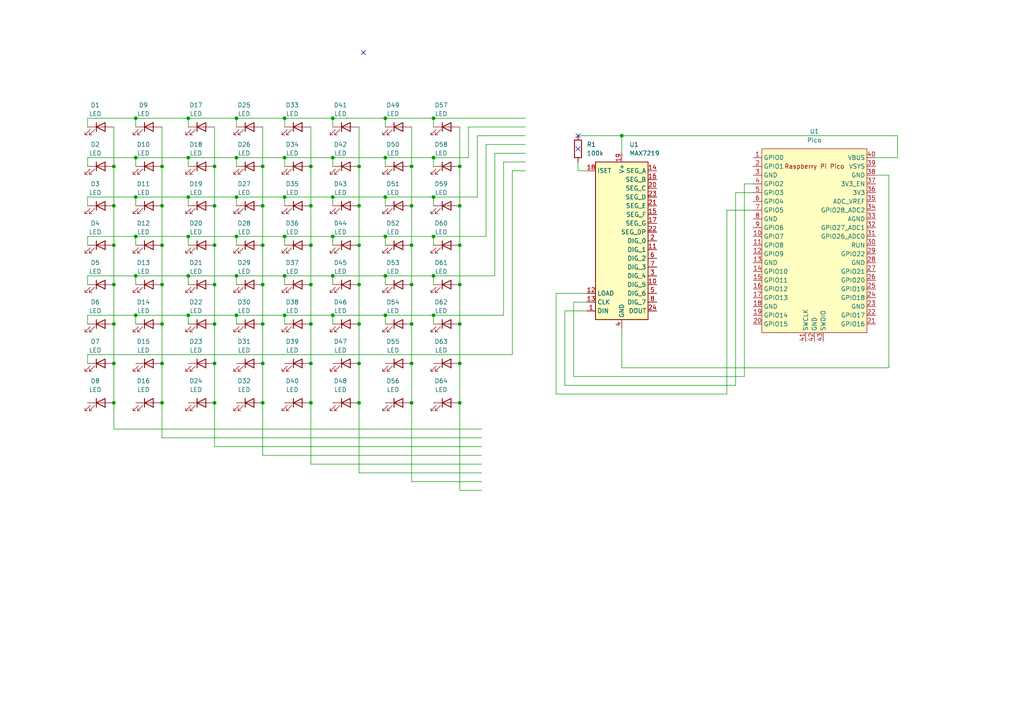
<source format=kicad_sch>
(kicad_sch (version 20231120) (generator "eeschema") (generator_version "8.0")
  (paper "A4")
  (lib_symbols
    (symbol "Device:LED" (pin_numbers hide) (pin_names (offset 1.016) hide)
      (property "Reference" "D" (at 0 2.54 0))
      (property "Value" "LED" (at 0 -2.54 0))
      (symbol "LED_0_1"
        (polyline (pts (xy -1.27 -1.27) (xy -1.27 1.27)) (stroke (width 0.254)))
        (polyline (pts (xy -1.27 0) (xy 1.27 0)))
        (polyline (pts (xy 1.27 -1.27) (xy 1.27 1.27) (xy -1.27 0) (xy 1.27 -1.27)) (stroke (width 0.254)))
        (polyline (pts (xy -3.048 -0.762) (xy -4.572 -2.286) (xy -3.81 -2.286) (xy -4.572 -2.286) (xy -4.572 -1.524)))
        (polyline (pts (xy -1.778 -0.762) (xy -3.302 -2.286) (xy -2.54 -2.286) (xy -3.302 -2.286) (xy -3.302 -1.524)))
      )
      (symbol "LED_1_1"
        (pin passive line (at -3.81 0 0) (length 2.54) (name "K") (number "1"))
        (pin passive line (at 3.81 0 180) (length 2.54) (name "A") (number "2"))
      )
    )
    (symbol "Device:R" (pin_numbers hide) (pin_names (offset 0))
      (property "Reference" "R" (at 2.032 0 90))
      (property "Value" "R" (at 0 0 90))
      (symbol "R_0_1"
        (rectangle (start -1.016 -2.54) (end 1.016 2.54) (stroke (width 0.254)))
      )
      (symbol "R_1_1"
        (pin passive line (at 0 3.81 270) (length 1.27) (name "~") (number "1"))
        (pin passive line (at 0 -3.81 90) (length 1.27) (name "~") (number "2"))
      )
    )
    (symbol "Driver_LED:MAX7219"
      (property "Reference" "U" (at -6.35 24.13 0))
      (property "Value" "MAX7219" (at 1.27 25.4 0))
      (symbol "MAX7219_0_1"
        (rectangle (start -7.62 22.86) (end 7.62 -22.86) (stroke (width 0.254)) (fill (type background)))
      )
      (symbol "MAX7219_1_1"
        (pin input line (at -10.16 -20.32 0) (length 2.54) (name "DIN") (number "1"))
        (pin output line (at 10.16 -12.7 180) (length 2.54) (name "DIG_5") (number "10"))
        (pin output line (at 10.16 -2.54 180) (length 2.54) (name "DIG_1") (number "11"))
        (pin input line (at -10.16 -15.24 0) (length 2.54) (name "LOAD") (number "12"))
        (pin input line (at -10.16 -17.78 0) (length 2.54) (name "CLK") (number "13"))
        (pin output line (at 10.16 20.32 180) (length 2.54) (name "SEG_A") (number "14"))
        (pin output line (at 10.16 7.62 180) (length 2.54) (name "SEG_F") (number "15"))
        (pin output line (at 10.16 17.78 180) (length 2.54) (name "SEG_B") (number "16"))
        (pin output line (at 10.16 5.08 180) (length 2.54) (name "SEG_G") (number "17"))
        (pin input line (at -10.16 20.32 0) (length 2.54) (name "ISET") (number "18"))
        (pin power_in line (at 0 25.4 270) (length 2.54) (name "V+") (number "19"))
        (pin output line (at 10.16 0 180) (length 2.54) (name "DIG_0") (number "2"))
        (pin output line (at 10.16 15.24 180) (length 2.54) (name "SEG_C") (number "20"))
        (pin output line (at 10.16 10.16 180) (length 2.54) (name "SEG_E") (number "21"))
        (pin output line (at 10.16 2.54 180) (length 2.54) (name "SEG_DP") (number "22"))
        (pin output line (at 10.16 12.7 180) (length 2.54) (name "SEG_D") (number "23"))
        (pin output line (at 10.16 -20.32 180) (length 2.54) (name "DOUT") (number "24"))
        (pin output line (at 10.16 -10.16 180) (length 2.54) (name "DIG_4") (number "3"))
        (pin power_in line (at 0 -25.4 90) (length 2.54) (name "GND") (number "4"))
        (pin output line (at 10.16 -15.24 180) (length 2.54) (name "DIG_6") (number "5"))
        (pin output line (at 10.16 -5.08 180) (length 2.54) (name "DIG_2") (number "6"))
        (pin output line (at 10.16 -7.62 180) (length 2.54) (name "DIG_3") (number "7"))
        (pin output line (at 10.16 -17.78 180) (length 2.54) (name "DIG_7") (number "8"))
        (pin passive line (at 0 -25.4 90) (length 2.54) hide (name "GND") (number "9"))
      )
    )
    (symbol "MCU_RaspberryPi_and_Boards:Pico"
      (property "Reference" "U" (at -13.97 27.94 0))
      (property "Value" "Pico" (at 0 19.05 0))
      (symbol "Pico_0_0"
        (text "Raspberry Pi Pico" (at 0 21.59 0) (effects (font (size 1.27 1.27))))
      )
      (symbol "Pico_0_1"
        (rectangle (start -15.24 26.67) (end 15.24 -26.67) (fill (type background)))
      )
      (symbol "Pico_1_1"
        (pin bidirectional line (at -17.78 24.13 0) (length 2.54) (name "GPIO0") (number "1"))
        (pin bidirectional line (at -17.78 1.27 0) (length 2.54) (name "GPIO7") (number "10"))
        (pin bidirectional line (at -17.78 -1.27 0) (length 2.54) (name "GPIO8") (number "11"))
        (pin bidirectional line (at -17.78 -3.81 0) (length 2.54) (name "GPIO9") (number "12"))
        (pin power_in line (at -17.78 -6.35 0) (length 2.54) (name "GND") (number "13"))
        (pin bidirectional line (at -17.78 -8.89 0) (length 2.54) (name "GPIO10") (number "14"))
        (pin bidirectional line (at -17.78 -11.43 0) (length 2.54) (name "GPIO11") (number "15"))
        (pin bidirectional line (at -17.78 -13.97 0) (length 2.54) (name "GPIO12") (number "16"))
        (pin bidirectional line (at -17.78 -16.51 0) (length 2.54) (name "GPIO13") (number "17"))
        (pin power_in line (at -17.78 -19.05 0) (length 2.54) (name "GND") (number "18"))
        (pin bidirectional line (at -17.78 -21.59 0) (length 2.54) (name "GPIO14") (number "19"))
        (pin bidirectional line (at -17.78 21.59 0) (length 2.54) (name "GPIO1") (number "2"))
        (pin bidirectional line (at -17.78 -24.13 0) (length 2.54) (name "GPIO15") (number "20"))
        (pin bidirectional line (at 17.78 -24.13 180) (length 2.54) (name "GPIO16") (number "21"))
        (pin bidirectional line (at 17.78 -21.59 180) (length 2.54) (name "GPIO17") (number "22"))
        (pin power_in line (at 17.78 -19.05 180) (length 2.54) (name "GND") (number "23"))
        (pin bidirectional line (at 17.78 -16.51 180) (length 2.54) (name "GPIO18") (number "24"))
        (pin bidirectional line (at 17.78 -13.97 180) (length 2.54) (name "GPIO19") (number "25"))
        (pin bidirectional line (at 17.78 -11.43 180) (length 2.54) (name "GPIO20") (number "26"))
        (pin bidirectional line (at 17.78 -8.89 180) (length 2.54) (name "GPIO21") (number "27"))
        (pin power_in line (at 17.78 -6.35 180) (length 2.54) (name "GND") (number "28"))
        (pin bidirectional line (at 17.78 -3.81 180) (length 2.54) (name "GPIO22") (number "29"))
        (pin power_in line (at -17.78 19.05 0) (length 2.54) (name "GND") (number "3"))
        (pin input line (at 17.78 -1.27 180) (length 2.54) (name "RUN") (number "30"))
        (pin bidirectional line (at 17.78 1.27 180) (length 2.54) (name "GPIO26_ADC0") (number "31"))
        (pin bidirectional line (at 17.78 3.81 180) (length 2.54) (name "GPIO27_ADC1") (number "32"))
        (pin power_in line (at 17.78 6.35 180) (length 2.54) (name "AGND") (number "33"))
        (pin bidirectional line (at 17.78 8.89 180) (length 2.54) (name "GPIO28_ADC2") (number "34"))
        (pin power_in line (at 17.78 11.43 180) (length 2.54) (name "ADC_VREF") (number "35"))
        (pin power_in line (at 17.78 13.97 180) (length 2.54) (name "3V3") (number "36"))
        (pin input line (at 17.78 16.51 180) (length 2.54) (name "3V3_EN") (number "37"))
        (pin bidirectional line (at 17.78 19.05 180) (length 2.54) (name "GND") (number "38"))
        (pin power_in line (at 17.78 21.59 180) (length 2.54) (name "VSYS") (number "39"))
        (pin bidirectional line (at -17.78 16.51 0) (length 2.54) (name "GPIO2") (number "4"))
        (pin power_in line (at 17.78 24.13 180) (length 2.54) (name "VBUS") (number "40"))
        (pin input line (at -2.54 -29.21 90) (length 2.54) (name "SWCLK") (number "41"))
        (pin power_in line (at 0 -29.21 90) (length 2.54) (name "GND") (number "42"))
        (pin bidirectional line (at 2.54 -29.21 90) (length 2.54) (name "SWDIO") (number "43"))
        (pin bidirectional line (at -17.78 13.97 0) (length 2.54) (name "GPIO3") (number "5"))
        (pin bidirectional line (at -17.78 11.43 0) (length 2.54) (name "GPIO4") (number "6"))
        (pin bidirectional line (at -17.78 8.89 0) (length 2.54) (name "GPIO5") (number "7"))
        (pin power_in line (at -17.78 6.35 0) (length 2.54) (name "GND") (number "8"))
        (pin bidirectional line (at -17.78 3.81 0) (length 2.54) (name "GPIO6") (number "9"))
      )
    )
  )
  (junction (at 68.58 34.29))
  (junction (at 111.76 57.15))
  (junction (at 62.23 71.12))
  (junction (at 68.58 80.01))
  (junction (at 180.34 39.37))
  (junction (at 125.73 34.29))
  (junction (at 62.23 59.69))
  (junction (at 96.52 68.58))
  (junction (at 90.17 93.98))
  (junction (at 68.58 45.72))
  (junction (at 104.14 48.26))
  (junction (at 96.52 34.29))
  (junction (at 104.14 116.84))
  (junction (at 133.35 105.41))
  (junction (at 39.37 68.58))
  (junction (at 82.55 34.29))
  (junction (at 104.14 93.98))
  (junction (at 62.23 82.55))
  (junction (at 54.61 45.72))
  (junction (at 62.23 116.84))
  (junction (at 33.02 93.98))
  (junction (at 96.52 57.15))
  (junction (at 90.17 105.41))
  (junction (at 62.23 48.26))
  (junction (at 46.99 93.98))
  (junction (at 39.37 45.72))
  (junction (at 68.58 57.15))
  (junction (at 68.58 68.58))
  (junction (at 104.14 82.55))
  (junction (at 62.23 93.98))
  (junction (at 76.2 59.69))
  (junction (at 33.02 116.84))
  (junction (at 33.02 82.55))
  (junction (at 119.38 116.84))
  (junction (at 90.17 71.12))
  (junction (at 82.55 91.44))
  (junction (at 54.61 57.15))
  (junction (at 46.99 71.12))
  (junction (at 111.76 80.01))
  (junction (at 133.35 93.98))
  (junction (at 54.61 34.29))
  (junction (at 76.2 105.41))
  (junction (at 90.17 59.69))
  (junction (at 46.99 105.41))
  (junction (at 125.73 91.44))
  (junction (at 90.17 116.84))
  (junction (at 125.73 80.01))
  (junction (at 133.35 48.26))
  (junction (at 125.73 45.72))
  (junction (at 133.35 71.12))
  (junction (at 46.99 59.69))
  (junction (at 90.17 82.55))
  (junction (at 46.99 48.26))
  (junction (at 39.37 34.29))
  (junction (at 33.02 71.12))
  (junction (at 96.52 80.01))
  (junction (at 119.38 71.12))
  (junction (at 33.02 48.26))
  (junction (at 125.73 57.15))
  (junction (at 82.55 57.15))
  (junction (at 54.61 80.01))
  (junction (at 119.38 93.98))
  (junction (at 39.37 91.44))
  (junction (at 33.02 105.41))
  (junction (at 96.52 45.72))
  (junction (at 111.76 45.72))
  (junction (at 76.2 71.12))
  (junction (at 82.55 45.72))
  (junction (at 76.2 48.26))
  (junction (at 133.35 82.55))
  (junction (at 111.76 68.58))
  (junction (at 104.14 59.69))
  (junction (at 62.23 105.41))
  (junction (at 119.38 82.55))
  (junction (at 111.76 34.29))
  (junction (at 68.58 91.44))
  (junction (at 82.55 68.58))
  (junction (at 111.76 91.44))
  (junction (at 33.02 59.69))
  (junction (at 125.73 68.58))
  (junction (at 39.37 57.15))
  (junction (at 46.99 116.84))
  (junction (at 54.61 91.44))
  (junction (at 119.38 59.69))
  (junction (at 46.99 82.55))
  (junction (at 96.52 91.44))
  (junction (at 54.61 68.58))
  (junction (at 133.35 59.69))
  (junction (at 76.2 82.55))
  (junction (at 104.14 105.41))
  (junction (at 119.38 48.26))
  (junction (at 82.55 80.01))
  (junction (at 133.35 116.84))
  (junction (at 90.17 48.26))
  (junction (at 104.14 71.12))
  (junction (at 76.2 93.98))
  (junction (at 39.37 80.01))
  (junction (at 119.38 105.41))
  (junction (at 76.2 116.84))
  (no_connect (at 105.41 15.24))
  (no_connect (at 167.64 43.18))
  (no_connect (at 167.64 39.37))
  (wire (pts (xy 76.2 82.55) (xy 76.2 93.98)))
  (wire (pts (xy 138.43 39.37) (xy 152.4 39.37)))
  (wire (pts (xy 68.58 57.15) (xy 82.55 57.15)))
  (wire (pts (xy 125.73 34.29) (xy 125.73 36.83)))
  (wire (pts (xy 119.38 93.98) (xy 119.38 105.41)))
  (wire (pts (xy 68.58 34.29) (xy 68.58 36.83)))
  (wire (pts (xy 39.37 34.29) (xy 54.61 34.29)))
  (wire (pts (xy 90.17 36.83) (xy 90.17 48.26)))
  (wire (pts (xy 125.73 57.15) (xy 125.73 59.69)))
  (wire (pts (xy 54.61 68.58) (xy 54.61 71.12)))
  (wire (pts (xy 25.4 82.55) (xy 25.4 80.01)))
  (wire (pts (xy 213.36 55.88) (xy 213.36 111.76)))
  (wire (pts (xy 167.64 39.37) (xy 180.34 39.37)))
  (wire (pts (xy 33.02 71.12) (xy 33.02 82.55)))
  (wire (pts (xy 180.34 39.37) (xy 260.35 39.37)))
  (wire (pts (xy 111.76 80.01) (xy 125.73 80.01)))
  (wire (pts (xy 96.52 68.58) (xy 96.52 71.12)))
  (wire (pts (xy 39.37 91.44) (xy 54.61 91.44)))
  (wire (pts (xy 218.44 53.34) (xy 215.9 53.34)))
  (wire (pts (xy 33.02 59.69) (xy 33.02 71.12)))
  (wire (pts (xy 39.37 34.29) (xy 39.37 36.83)))
  (wire (pts (xy 33.02 36.83) (xy 33.02 48.26)))
  (wire (pts (xy 96.52 45.72) (xy 111.76 45.72)))
  (wire (pts (xy 54.61 91.44) (xy 54.61 93.98)))
  (wire (pts (xy 161.29 85.09) (xy 170.18 85.09)))
  (wire (pts (xy 68.58 91.44) (xy 68.58 93.98)))
  (wire (pts (xy 119.38 59.69) (xy 119.38 71.12)))
  (wire (pts (xy 135.89 45.72) (xy 135.89 36.83)))
  (wire (pts (xy 46.99 82.55) (xy 46.99 93.98)))
  (wire (pts (xy 33.02 105.41) (xy 33.02 116.84)))
  (wire (pts (xy 96.52 57.15) (xy 111.76 57.15)))
  (wire (pts (xy 62.23 36.83) (xy 62.23 48.26)))
  (wire (pts (xy 54.61 80.01) (xy 54.61 82.55)))
  (wire (pts (xy 68.58 80.01) (xy 68.58 82.55)))
  (wire (pts (xy 218.44 60.96) (xy 210.82 60.96)))
  (wire (pts (xy 90.17 134.62) (xy 139.7 134.62)))
  (wire (pts (xy 210.82 60.96) (xy 210.82 114.3)))
  (wire (pts (xy 68.58 68.58) (xy 68.58 71.12)))
  (wire (pts (xy 148.59 49.53) (xy 152.4 49.53)))
  (wire (pts (xy 170.18 49.53) (xy 167.64 49.53)))
  (wire (pts (xy 33.02 93.98) (xy 33.02 105.41)))
  (wire (pts (xy 62.23 105.41) (xy 62.23 116.84)))
  (wire (pts (xy 146.05 46.99) (xy 152.4 46.99)))
  (wire (pts (xy 25.4 36.83) (xy 25.4 34.29)))
  (wire (pts (xy 54.61 57.15) (xy 68.58 57.15)))
  (wire (pts (xy 82.55 57.15) (xy 82.55 59.69)))
  (wire (pts (xy 25.4 91.44) (xy 39.37 91.44)))
  (wire (pts (xy 133.35 105.41) (xy 133.35 116.84)))
  (wire (pts (xy 133.35 36.83) (xy 133.35 48.26)))
  (wire (pts (xy 62.23 129.54) (xy 139.7 129.54)))
  (wire (pts (xy 33.02 82.55) (xy 33.02 93.98)))
  (wire (pts (xy 210.82 114.3) (xy 161.29 114.3)))
  (wire (pts (xy 25.4 48.26) (xy 25.4 45.72)))
  (wire (pts (xy 119.38 105.41) (xy 119.38 116.84)))
  (wire (pts (xy 111.76 91.44) (xy 111.76 93.98)))
  (wire (pts (xy 104.14 137.16) (xy 139.7 137.16)))
  (wire (pts (xy 90.17 93.98) (xy 90.17 105.41)))
  (wire (pts (xy 68.58 45.72) (xy 82.55 45.72)))
  (wire (pts (xy 39.37 45.72) (xy 54.61 45.72)))
  (wire (pts (xy 62.23 116.84) (xy 62.23 129.54)))
  (wire (pts (xy 96.52 80.01) (xy 111.76 80.01)))
  (wire (pts (xy 76.2 105.41) (xy 76.2 116.84)))
  (wire (pts (xy 25.4 68.58) (xy 39.37 68.58)))
  (wire (pts (xy 125.73 91.44) (xy 125.73 93.98)))
  (wire (pts (xy 39.37 68.58) (xy 39.37 71.12)))
  (wire (pts (xy 82.55 80.01) (xy 96.52 80.01)))
  (wire (pts (xy 125.73 68.58) (xy 140.97 68.58)))
  (wire (pts (xy 257.81 50.8) (xy 254 50.8)))
  (wire (pts (xy 68.58 34.29) (xy 82.55 34.29)))
  (wire (pts (xy 133.35 59.69) (xy 133.35 71.12)))
  (wire (pts (xy 111.76 34.29) (xy 111.76 36.83)))
  (wire (pts (xy 104.14 36.83) (xy 104.14 48.26)))
  (wire (pts (xy 257.81 106.68) (xy 257.81 50.8)))
  (wire (pts (xy 90.17 71.12) (xy 90.17 82.55)))
  (wire (pts (xy 54.61 34.29) (xy 54.61 36.83)))
  (wire (pts (xy 166.37 109.22) (xy 166.37 87.63)))
  (wire (pts (xy 46.99 116.84) (xy 46.99 127)))
  (wire (pts (xy 82.55 45.72) (xy 96.52 45.72)))
  (wire (pts (xy 90.17 48.26) (xy 90.17 59.69)))
  (wire (pts (xy 54.61 68.58) (xy 68.58 68.58)))
  (wire (pts (xy 39.37 80.01) (xy 39.37 82.55)))
  (wire (pts (xy 39.37 91.44) (xy 39.37 93.98)))
  (wire (pts (xy 96.52 80.01) (xy 96.52 82.55)))
  (wire (pts (xy 104.14 71.12) (xy 104.14 82.55)))
  (wire (pts (xy 82.55 57.15) (xy 96.52 57.15)))
  (wire (pts (xy 96.52 57.15) (xy 96.52 59.69)))
  (wire (pts (xy 82.55 91.44) (xy 96.52 91.44)))
  (wire (pts (xy 163.83 90.17) (xy 170.18 90.17)))
  (wire (pts (xy 82.55 34.29) (xy 82.55 36.83)))
  (wire (pts (xy 39.37 57.15) (xy 54.61 57.15)))
  (wire (pts (xy 96.52 34.29) (xy 96.52 36.83)))
  (wire (pts (xy 46.99 105.41) (xy 46.99 116.84)))
  (wire (pts (xy 82.55 68.58) (xy 82.55 71.12)))
  (wire (pts (xy 33.02 124.46) (xy 139.7 124.46)))
  (wire (pts (xy 125.73 34.29) (xy 152.4 34.29)))
  (wire (pts (xy 54.61 45.72) (xy 54.61 48.26)))
  (wire (pts (xy 125.73 80.01) (xy 143.51 80.01)))
  (wire (pts (xy 76.2 116.84) (xy 76.2 132.08)))
  (wire (pts (xy 135.89 36.83) (xy 152.4 36.83)))
  (wire (pts (xy 90.17 82.55) (xy 90.17 93.98)))
  (wire (pts (xy 82.55 80.01) (xy 82.55 82.55)))
  (wire (pts (xy 54.61 45.72) (xy 68.58 45.72)))
  (wire (pts (xy 90.17 59.69) (xy 90.17 71.12)))
  (wire (pts (xy 76.2 48.26) (xy 76.2 59.69)))
  (wire (pts (xy 90.17 105.41) (xy 90.17 116.84)))
  (wire (pts (xy 76.2 36.83) (xy 76.2 48.26)))
  (wire (pts (xy 46.99 93.98) (xy 46.99 105.41)))
  (wire (pts (xy 25.4 71.12) (xy 25.4 68.58)))
  (wire (pts (xy 46.99 36.83) (xy 46.99 48.26)))
  (wire (pts (xy 68.58 68.58) (xy 82.55 68.58)))
  (wire (pts (xy 111.76 45.72) (xy 111.76 48.26)))
  (wire (pts (xy 161.29 114.3) (xy 161.29 85.09)))
  (wire (pts (xy 180.34 39.37) (xy 180.34 44.45)))
  (wire (pts (xy 148.59 102.87) (xy 148.59 49.53)))
  (wire (pts (xy 54.61 80.01) (xy 68.58 80.01)))
  (wire (pts (xy 104.14 82.55) (xy 104.14 93.98)))
  (wire (pts (xy 125.73 57.15) (xy 138.43 57.15)))
  (wire (pts (xy 119.38 116.84) (xy 119.38 139.7)))
  (wire (pts (xy 111.76 45.72) (xy 125.73 45.72)))
  (wire (pts (xy 68.58 57.15) (xy 68.58 59.69)))
  (wire (pts (xy 68.58 80.01) (xy 82.55 80.01)))
  (wire (pts (xy 76.2 59.69) (xy 76.2 71.12)))
  (wire (pts (xy 82.55 91.44) (xy 82.55 93.98)))
  (wire (pts (xy 104.14 59.69) (xy 104.14 71.12)))
  (wire (pts (xy 62.23 71.12) (xy 62.23 82.55)))
  (wire (pts (xy 138.43 57.15) (xy 138.43 39.37)))
  (wire (pts (xy 104.14 116.84) (xy 104.14 137.16)))
  (wire (pts (xy 119.38 48.26) (xy 119.38 59.69)))
  (wire (pts (xy 46.99 48.26) (xy 46.99 59.69)))
  (wire (pts (xy 133.35 93.98) (xy 133.35 105.41)))
  (wire (pts (xy 119.38 139.7) (xy 139.7 139.7)))
  (wire (pts (xy 104.14 48.26) (xy 104.14 59.69)))
  (wire (pts (xy 111.76 80.01) (xy 111.76 82.55)))
  (wire (pts (xy 133.35 71.12) (xy 133.35 82.55)))
  (wire (pts (xy 46.99 127) (xy 139.7 127)))
  (wire (pts (xy 96.52 91.44) (xy 111.76 91.44)))
  (wire (pts (xy 96.52 91.44) (xy 96.52 93.98)))
  (wire (pts (xy 119.38 71.12) (xy 119.38 82.55)))
  (wire (pts (xy 25.4 93.98) (xy 25.4 91.44)))
  (wire (pts (xy 96.52 68.58) (xy 111.76 68.58)))
  (wire (pts (xy 76.2 132.08) (xy 139.7 132.08)))
  (wire (pts (xy 213.36 111.76) (xy 163.83 111.76)))
  (wire (pts (xy 125.73 68.58) (xy 125.73 71.12)))
  (wire (pts (xy 133.35 116.84) (xy 133.35 142.24)))
  (wire (pts (xy 25.4 57.15) (xy 39.37 57.15)))
  (wire (pts (xy 218.44 55.88) (xy 213.36 55.88)))
  (wire (pts (xy 54.61 91.44) (xy 68.58 91.44)))
  (wire (pts (xy 25.4 80.01) (xy 39.37 80.01)))
  (wire (pts (xy 90.17 116.84) (xy 90.17 134.62)))
  (wire (pts (xy 25.4 34.29) (xy 39.37 34.29)))
  (wire (pts (xy 39.37 57.15) (xy 39.37 59.69)))
  (wire (pts (xy 54.61 34.29) (xy 68.58 34.29)))
  (wire (pts (xy 215.9 53.34) (xy 215.9 109.22)))
  (wire (pts (xy 76.2 93.98) (xy 76.2 105.41)))
  (wire (pts (xy 39.37 45.72) (xy 39.37 48.26)))
  (wire (pts (xy 25.4 102.87) (xy 148.59 102.87)))
  (wire (pts (xy 25.4 45.72) (xy 39.37 45.72)))
  (wire (pts (xy 33.02 48.26) (xy 33.02 59.69)))
  (wire (pts (xy 167.64 49.53) (xy 167.64 46.99)))
  (wire (pts (xy 133.35 142.24) (xy 139.7 142.24)))
  (wire (pts (xy 180.34 95.25) (xy 180.34 106.68)))
  (wire (pts (xy 46.99 71.12) (xy 46.99 82.55)))
  (wire (pts (xy 25.4 59.69) (xy 25.4 57.15)))
  (wire (pts (xy 163.83 111.76) (xy 163.83 90.17)))
  (wire (pts (xy 111.76 57.15) (xy 111.76 59.69)))
  (wire (pts (xy 215.9 109.22) (xy 166.37 109.22)))
  (wire (pts (xy 133.35 48.26) (xy 133.35 59.69)))
  (wire (pts (xy 111.76 68.58) (xy 125.73 68.58)))
  (wire (pts (xy 62.23 82.55) (xy 62.23 93.98)))
  (wire (pts (xy 111.76 91.44) (xy 125.73 91.44)))
  (wire (pts (xy 25.4 105.41) (xy 25.4 102.87)))
  (wire (pts (xy 111.76 34.29) (xy 125.73 34.29)))
  (wire (pts (xy 143.51 44.45) (xy 152.4 44.45)))
  (wire (pts (xy 96.52 45.72) (xy 96.52 48.26)))
  (wire (pts (xy 180.34 106.68) (xy 257.81 106.68)))
  (wire (pts (xy 125.73 45.72) (xy 125.73 48.26)))
  (wire (pts (xy 133.35 82.55) (xy 133.35 93.98)))
  (wire (pts (xy 143.51 80.01) (xy 143.51 44.45)))
  (wire (pts (xy 82.55 34.29) (xy 96.52 34.29)))
  (wire (pts (xy 104.14 93.98) (xy 104.14 105.41)))
  (wire (pts (xy 96.52 34.29) (xy 111.76 34.29)))
  (wire (pts (xy 62.23 59.69) (xy 62.23 71.12)))
  (wire (pts (xy 39.37 80.01) (xy 54.61 80.01)))
  (wire (pts (xy 125.73 91.44) (xy 146.05 91.44)))
  (wire (pts (xy 111.76 57.15) (xy 125.73 57.15)))
  (wire (pts (xy 76.2 71.12) (xy 76.2 82.55)))
  (wire (pts (xy 125.73 45.72) (xy 135.89 45.72)))
  (wire (pts (xy 260.35 39.37) (xy 260.35 45.72)))
  (wire (pts (xy 111.76 68.58) (xy 111.76 71.12)))
  (wire (pts (xy 33.02 116.84) (xy 33.02 124.46)))
  (wire (pts (xy 104.14 105.41) (xy 104.14 116.84)))
  (wire (pts (xy 146.05 91.44) (xy 146.05 46.99)))
  (wire (pts (xy 54.61 57.15) (xy 54.61 59.69)))
  (wire (pts (xy 68.58 91.44) (xy 82.55 91.44)))
  (wire (pts (xy 46.99 59.69) (xy 46.99 71.12)))
  (wire (pts (xy 119.38 36.83) (xy 119.38 48.26)))
  (wire (pts (xy 260.35 45.72) (xy 254 45.72)))
  (wire (pts (xy 125.73 80.01) (xy 125.73 82.55)))
  (wire (pts (xy 62.23 93.98) (xy 62.23 105.41)))
  (wire (pts (xy 140.97 41.91) (xy 152.4 41.91)))
  (wire (pts (xy 119.38 82.55) (xy 119.38 93.98)))
  (wire (pts (xy 39.37 68.58) (xy 54.61 68.58)))
  (wire (pts (xy 68.58 45.72) (xy 68.58 48.26)))
  (wire (pts (xy 140.97 68.58) (xy 140.97 41.91)))
  (wire (pts (xy 82.55 45.72) (xy 82.55 48.26)))
  (wire (pts (xy 62.23 48.26) (xy 62.23 59.69)))
  (wire (pts (xy 82.55 68.58) (xy 96.52 68.58)))
  (wire (pts (xy 166.37 87.63) (xy 170.18 87.63)))
  (symbol (lib_id "Device:LED") (at 115.57 59.69 0) (unit 1)
    (property "Reference" "D51" (at 113.9825 53.34 0))
    (property "Value" "LED" (at 113.9825 55.88 0))
    (property "Description" "Light emitting diode" (effects (hide yes)))
  )
  (symbol (lib_id "Device:LED") (at 129.54 59.69 0) (unit 1)
    (property "Reference" "D59" (at 127.9525 53.34 0))
    (property "Value" "LED" (at 127.9525 55.88 0))
    (property "Description" "Light emitting diode" (effects (hide yes)))
  )
  (symbol (lib_id "Device:LED") (at 129.54 48.26 0) (unit 1)
    (property "Reference" "D58" (at 127.9525 41.91 0))
    (property "Value" "LED" (at 127.9525 44.45 0))
    (property "Description" "Light emitting diode" (effects (hide yes)))
  )
  (symbol (lib_id "Device:LED") (at 29.21 48.26 0) (unit 1)
    (property "Reference" "D2" (at 27.6225 41.91 0))
    (property "Value" "LED" (at 27.6225 44.45 0))
    (property "Description" "Light emitting diode" (effects (hide yes)))
  )
  (symbol (lib_id "Device:LED") (at 100.33 48.26 0) (unit 1)
    (property "Reference" "D42" (at 98.7425 41.91 0))
    (property "Value" "LED" (at 98.7425 44.45 0))
    (property "Description" "Light emitting diode" (effects (hide yes)))
  )
  (symbol (lib_id "Device:LED") (at 43.18 93.98 0) (unit 1)
    (property "Reference" "D14" (at 41.5925 87.63 0))
    (property "Value" "LED" (at 41.5925 90.17 0))
    (property "Description" "Light emitting diode" (effects (hide yes)))
  )
  (symbol (lib_id "Device:LED") (at 72.39 93.98 0) (unit 1)
    (property "Reference" "D30" (at 70.8025 87.63 0))
    (property "Value" "LED" (at 70.8025 90.17 0))
    (property "Description" "Light emitting diode" (effects (hide yes)))
  )
  (symbol (lib_id "Device:LED") (at 86.36 93.98 0) (unit 1)
    (property "Reference" "D38" (at 84.7725 87.63 0))
    (property "Value" "LED" (at 84.7725 90.17 0))
    (property "Description" "Light emitting diode" (effects (hide yes)))
  )
  (symbol (lib_id "Device:LED") (at 58.42 36.83 0) (unit 1)
    (property "Reference" "D17" (at 56.8325 30.48 0))
    (property "Value" "LED" (at 56.8325 33.02 0))
    (property "Description" "Light emitting diode" (effects (hide yes)))
  )
  (symbol (lib_id "Device:LED") (at 29.21 59.69 0) (unit 1)
    (property "Reference" "D3" (at 27.6225 53.34 0))
    (property "Value" "LED" (at 27.6225 55.88 0))
    (property "Description" "Light emitting diode" (effects (hide yes)))
  )
  (symbol (lib_id "Device:LED") (at 72.39 59.69 0) (unit 1)
    (property "Reference" "D27" (at 70.8025 53.34 0))
    (property "Value" "LED" (at 70.8025 55.88 0))
    (property "Description" "Light emitting diode" (effects (hide yes)))
  )
  (symbol (lib_id "Device:LED") (at 72.39 71.12 0) (unit 1)
    (property "Reference" "D28" (at 70.8025 64.77 0))
    (property "Value" "LED" (at 70.8025 67.31 0))
    (property "Description" "Light emitting diode" (effects (hide yes)))
  )
  (symbol (lib_id "Device:LED") (at 29.21 93.98 0) (unit 1)
    (property "Reference" "D6" (at 27.6225 87.63 0))
    (property "Value" "LED" (at 27.6225 90.17 0))
    (property "Description" "Light emitting diode" (effects (hide yes)))
  )
  (symbol (lib_id "Device:LED") (at 129.54 116.84 0) (unit 1)
    (property "Reference" "D64" (at 127.9525 110.49 0))
    (property "Value" "LED" (at 127.9525 113.03 0))
    (property "Description" "Light emitting diode" (effects (hide yes)))
  )
  (symbol (lib_id "Device:LED") (at 115.57 36.83 0) (unit 1)
    (property "Reference" "D49" (at 113.9825 30.48 0))
    (property "Value" "LED" (at 113.9825 33.02 0))
    (property "Description" "Light emitting diode" (effects (hide yes)))
  )
  (symbol (lib_id "Device:LED") (at 115.57 93.98 0) (unit 1)
    (property "Reference" "D54" (at 113.9825 87.63 0))
    (property "Value" "LED" (at 113.9825 90.17 0))
    (property "Description" "Light emitting diode" (effects (hide yes)))
  )
  (symbol (lib_id "Device:LED") (at 86.36 36.83 0) (unit 1)
    (property "Reference" "D33" (at 84.7725 30.48 0))
    (property "Value" "LED" (at 84.7725 33.02 0))
    (property "Description" "Light emitting diode" (effects (hide yes)))
  )
  (symbol (lib_id "Device:LED") (at 129.54 82.55 0) (unit 1)
    (property "Reference" "D61" (at 127.9525 76.2 0))
    (property "Value" "LED" (at 127.9525 78.74 0))
    (property "Description" "Light emitting diode" (effects (hide yes)))
  )
  (symbol (lib_id "Device:LED") (at 43.18 105.41 0) (unit 1)
    (property "Reference" "D15" (at 41.5925 99.06 0))
    (property "Value" "LED" (at 41.5925 101.6 0))
    (property "Description" "Light emitting diode" (effects (hide yes)))
  )
  (symbol (lib_id "Device:LED") (at 43.18 59.69 0) (unit 1)
    (property "Reference" "D11" (at 41.5925 53.34 0))
    (property "Value" "LED" (at 41.5925 55.88 0))
    (property "Description" "Light emitting diode" (effects (hide yes)))
  )
  (symbol (lib_id "Device:LED") (at 29.21 71.12 0) (unit 1)
    (property "Reference" "D4" (at 27.6225 64.77 0))
    (property "Value" "LED" (at 27.6225 67.31 0))
    (property "Description" "Light emitting diode" (effects (hide yes)))
  )
  (symbol (lib_id "Device:LED") (at 115.57 71.12 0) (unit 1)
    (property "Reference" "D52" (at 113.9825 64.77 0))
    (property "Value" "LED" (at 113.9825 67.31 0))
    (property "Description" "Light emitting diode" (effects (hide yes)))
  )
  (symbol (lib_id "Device:LED") (at 86.36 116.84 0) (unit 1)
    (property "Reference" "D40" (at 84.7725 110.49 0))
    (property "Value" "LED" (at 84.7725 113.03 0))
    (property "Description" "Light emitting diode" (effects (hide yes)))
  )
  (symbol (lib_id "Device:LED") (at 100.33 116.84 0) (unit 1)
    (property "Reference" "D48" (at 98.7425 110.49 0))
    (property "Value" "LED" (at 98.7425 113.03 0))
    (property "Description" "Light emitting diode" (effects (hide yes)))
  )
  (symbol (lib_id "Device:LED") (at 58.42 82.55 0) (unit 1)
    (property "Reference" "D21" (at 56.8325 76.2 0))
    (property "Value" "LED" (at 56.8325 78.74 0))
    (property "Description" "Light emitting diode" (effects (hide yes)))
  )
  (symbol (lib_id "Device:LED") (at 72.39 48.26 0) (unit 1)
    (property "Reference" "D26" (at 70.8025 41.91 0))
    (property "Value" "LED" (at 70.8025 44.45 0))
    (property "Description" "Light emitting diode" (effects (hide yes)))
  )
  (symbol (lib_id "Device:LED") (at 43.18 71.12 0) (unit 1)
    (property "Reference" "D12" (at 41.5925 64.77 0))
    (property "Value" "LED" (at 41.5925 67.31 0))
    (property "Description" "Light emitting diode" (effects (hide yes)))
  )
  (symbol (lib_id "Device:LED") (at 29.21 36.83 0) (unit 1)
    (property "Reference" "D1" (at 27.6225 30.48 0))
    (property "Value" "LED" (at 27.6225 33.02 0))
    (property "Description" "Light emitting diode" (effects (hide yes)))
  )
  (symbol (lib_id "Device:LED") (at 58.42 59.69 0) (unit 1)
    (property "Reference" "D19" (at 56.8325 53.34 0))
    (property "Value" "LED" (at 56.8325 55.88 0))
    (property "Description" "Light emitting diode" (effects (hide yes)))
  )
  (symbol (lib_id "Device:LED") (at 29.21 105.41 0) (unit 1)
    (property "Reference" "D7" (at 27.6225 99.06 0))
    (property "Value" "LED" (at 27.6225 101.6 0))
    (property "Description" "Light emitting diode" (effects (hide yes)))
  )
  (symbol (lib_id "Device:LED") (at 86.36 82.55 0) (unit 1)
    (property "Reference" "D37" (at 84.7725 76.2 0))
    (property "Value" "LED" (at 84.7725 78.74 0))
    (property "Description" "Light emitting diode" (effects (hide yes)))
  )
  (symbol (lib_id "Device:LED") (at 58.42 116.84 0) (unit 1)
    (property "Reference" "D24" (at 56.8325 110.49 0))
    (property "Value" "LED" (at 56.8325 113.03 0))
    (property "Description" "Light emitting diode" (effects (hide yes)))
  )
  (symbol (lib_id "Driver_LED:MAX7219") (at 180.34 69.85 0) (unit 1)
    (property "Reference" "U1" (at 182.5341 41.91 0) (effects (justify left)))
    (property "Value" "MAX7219" (at 182.5341 44.45 0) (effects (justify left)))
    (property "Datasheet" "https://datasheets.maximintegrated.com/en/ds/MAX7219-MAX7221.pdf" (effects (hide yes)))
    (property "Description" "8-Digit LED Display Driver" (effects (hide yes)))
  )
  (symbol (lib_id "Device:LED") (at 100.33 82.55 0) (unit 1)
    (property "Reference" "D45" (at 98.7425 76.2 0))
    (property "Value" "LED" (at 98.7425 78.74 0))
    (property "Description" "Light emitting diode" (effects (hide yes)))
  )
  (symbol (lib_id "Device:LED") (at 58.42 105.41 0) (unit 1)
    (property "Reference" "D23" (at 56.8325 99.06 0))
    (property "Value" "LED" (at 56.8325 101.6 0))
    (property "Description" "Light emitting diode" (effects (hide yes)))
  )
  (symbol (lib_id "Device:LED") (at 29.21 116.84 0) (unit 1)
    (property "Reference" "D8" (at 27.6225 110.49 0))
    (property "Value" "LED" (at 27.6225 113.03 0))
    (property "Description" "Light emitting diode" (effects (hide yes)))
  )
  (symbol (lib_id "Device:LED") (at 115.57 48.26 0) (unit 1)
    (property "Reference" "D50" (at 113.9825 41.91 0))
    (property "Value" "LED" (at 113.9825 44.45 0))
    (property "Description" "Light emitting diode" (effects (hide yes)))
  )
  (symbol (lib_id "Device:LED") (at 86.36 71.12 0) (unit 1)
    (property "Reference" "D36" (at 84.7725 64.77 0))
    (property "Value" "LED" (at 84.7725 67.31 0))
    (property "Description" "Light emitting diode" (effects (hide yes)))
  )
  (symbol (lib_id "Device:LED") (at 58.42 93.98 0) (unit 1)
    (property "Reference" "D22" (at 56.8325 87.63 0))
    (property "Value" "LED" (at 56.8325 90.17 0))
    (property "Description" "Light emitting diode" (effects (hide yes)))
  )
  (symbol (lib_id "Device:LED") (at 43.18 82.55 0) (unit 1)
    (property "Reference" "D13" (at 41.5925 76.2 0))
    (property "Value" "LED" (at 41.5925 78.74 0))
    (property "Description" "Light emitting diode" (effects (hide yes)))
  )
  (symbol (lib_id "Device:LED") (at 86.36 105.41 0) (unit 1)
    (property "Reference" "D39" (at 84.7725 99.06 0))
    (property "Value" "LED" (at 84.7725 101.6 0))
    (property "Description" "Light emitting diode" (effects (hide yes)))
  )
  (symbol (lib_id "Device:LED") (at 72.39 116.84 0) (unit 1)
    (property "Reference" "D32" (at 70.8025 110.49 0))
    (property "Value" "LED" (at 70.8025 113.03 0))
    (property "Description" "Light emitting diode" (effects (hide yes)))
  )
  (symbol (lib_id "MCU_RaspberryPi_and_Boards:Pico") (at 236.22 69.85 0) (unit 1)
    (property "Reference" "U1" (at 236.22 38.1 0))
    (property "Value" "Pico" (at 236.22 40.64 0))
    (property "Footprint" "RPi_Pico:RPi_Pico_SMD_TH" (effects (hide yes)))
  )
  (symbol (lib_id "Device:LED") (at 100.33 93.98 0) (unit 1)
    (property "Reference" "D46" (at 98.7425 87.63 0))
    (property "Value" "LED" (at 98.7425 90.17 0))
    (property "Description" "Light emitting diode" (effects (hide yes)))
  )
  (symbol (lib_id "Device:LED") (at 43.18 116.84 0) (unit 1)
    (property "Reference" "D16" (at 41.5925 110.49 0))
    (property "Value" "LED" (at 41.5925 113.03 0))
    (property "Description" "Light emitting diode" (effects (hide yes)))
  )
  (symbol (lib_id "Device:LED") (at 29.21 82.55 0) (unit 1)
    (property "Reference" "D5" (at 27.6225 76.2 0))
    (property "Value" "LED" (at 27.6225 78.74 0))
    (property "Description" "Light emitting diode" (effects (hide yes)))
  )
  (symbol (lib_id "Device:LED") (at 86.36 59.69 0) (unit 1)
    (property "Reference" "D35" (at 84.7725 53.34 0))
    (property "Value" "LED" (at 84.7725 55.88 0))
    (property "Description" "Light emitting diode" (effects (hide yes)))
  )
  (symbol (lib_id "Device:LED") (at 129.54 105.41 0) (unit 1)
    (property "Reference" "D63" (at 127.9525 99.06 0))
    (property "Value" "LED" (at 127.9525 101.6 0))
    (property "Description" "Light emitting diode" (effects (hide yes)))
  )
  (symbol (lib_id "Device:LED") (at 86.36 48.26 0) (unit 1)
    (property "Reference" "D34" (at 84.7725 41.91 0))
    (property "Value" "LED" (at 84.7725 44.45 0))
    (property "Description" "Light emitting diode" (effects (hide yes)))
  )
  (symbol (lib_id "Device:LED") (at 58.42 71.12 0) (unit 1)
    (property "Reference" "D20" (at 56.8325 64.77 0))
    (property "Value" "LED" (at 56.8325 67.31 0))
    (property "Description" "Light emitting diode" (effects (hide yes)))
  )
  (symbol (lib_id "Device:LED") (at 100.33 59.69 0) (unit 1)
    (property "Reference" "D43" (at 98.7425 53.34 0))
    (property "Value" "LED" (at 98.7425 55.88 0))
    (property "Description" "Light emitting diode" (effects (hide yes)))
  )
  (symbol (lib_id "Device:LED") (at 58.42 48.26 0) (unit 1)
    (property "Reference" "D18" (at 56.8325 41.91 0))
    (property "Value" "LED" (at 56.8325 44.45 0))
    (property "Description" "Light emitting diode" (effects (hide yes)))
  )
  (symbol (lib_id "Device:LED") (at 100.33 36.83 0) (unit 1)
    (property "Reference" "D41" (at 98.7425 30.48 0))
    (property "Value" "LED" (at 98.7425 33.02 0))
    (property "Description" "Light emitting diode" (effects (hide yes)))
  )
  (symbol (lib_id "Device:LED") (at 43.18 48.26 0) (unit 1)
    (property "Reference" "D10" (at 41.5925 41.91 0))
    (property "Value" "LED" (at 41.5925 44.45 0))
    (property "Description" "Light emitting diode" (effects (hide yes)))
  )
  (symbol (lib_id "Device:LED") (at 115.57 105.41 0) (unit 1)
    (property "Reference" "D55" (at 113.9825 99.06 0))
    (property "Value" "LED" (at 113.9825 101.6 0))
    (property "Description" "Light emitting diode" (effects (hide yes)))
  )
  (symbol (lib_id "Device:LED") (at 129.54 71.12 0) (unit 1)
    (property "Reference" "D60" (at 127.9525 64.77 0))
    (property "Value" "LED" (at 127.9525 67.31 0))
    (property "Description" "Light emitting diode" (effects (hide yes)))
  )
  (symbol (lib_id "Device:LED") (at 100.33 71.12 0) (unit 1)
    (property "Reference" "D44" (at 98.7425 64.77 0))
    (property "Value" "LED" (at 98.7425 67.31 0))
    (property "Description" "Light emitting diode" (effects (hide yes)))
  )
  (symbol (lib_id "Device:R") (at 167.64 43.18 180) (unit 1)
    (property "Reference" "R1" (at 170.18 41.9099 0) (effects (justify right)))
    (property "Value" "100k" (at 170.18 44.4499 0) (effects (justify right)))
    (property "Description" "Resistor" (effects (hide yes)))
  )
  (symbol (lib_id "Device:LED") (at 72.39 36.83 0) (unit 1)
    (property "Reference" "D25" (at 70.8025 30.48 0))
    (property "Value" "LED" (at 70.8025 33.02 0))
    (property "Description" "Light emitting diode" (effects (hide yes)))
  )
  (symbol (lib_id "Device:LED") (at 129.54 93.98 0) (unit 1)
    (property "Reference" "D62" (at 127.9525 87.63 0))
    (property "Value" "LED" (at 127.9525 90.17 0))
    (property "Description" "Light emitting diode" (effects (hide yes)))
  )
  (symbol (lib_id "Device:LED") (at 115.57 82.55 0) (unit 1)
    (property "Reference" "D53" (at 113.9825 76.2 0))
    (property "Value" "LED" (at 113.9825 78.74 0))
    (property "Description" "Light emitting diode" (effects (hide yes)))
  )
  (symbol (lib_id "Device:LED") (at 129.54 36.83 0) (unit 1)
    (property "Reference" "D57" (at 127.9525 30.48 0))
    (property "Value" "LED" (at 127.9525 33.02 0))
    (property "Description" "Light emitting diode" (effects (hide yes)))
  )
  (symbol (lib_id "Device:LED") (at 72.39 82.55 0) (unit 1)
    (property "Reference" "D29" (at 70.8025 76.2 0))
    (property "Value" "LED" (at 70.8025 78.74 0))
    (property "Description" "Light emitting diode" (effects (hide yes)))
  )
  (symbol (lib_id "Device:LED") (at 43.18 36.83 0) (unit 1)
    (property "Reference" "D9" (at 41.5925 30.48 0))
    (property "Value" "LED" (at 41.5925 33.02 0))
    (property "Description" "Light emitting diode" (effects (hide yes)))
  )
  (symbol (lib_id "Device:LED") (at 100.33 105.41 0) (unit 1)
    (property "Reference" "D47" (at 98.7425 99.06 0))
    (property "Value" "LED" (at 98.7425 101.6 0))
    (property "Description" "Light emitting diode" (effects (hide yes)))
  )
  (symbol (lib_id "Device:LED") (at 115.57 116.84 0) (unit 1)
    (property "Reference" "D56" (at 113.9825 110.49 0))
    (property "Value" "LED" (at 113.9825 113.03 0))
    (property "Description" "Light emitting diode" (effects (hide yes)))
  )
  (symbol (lib_id "Device:LED") (at 72.39 105.41 0) (unit 1)
    (property "Reference" "D31" (at 70.8025 99.06 0))
    (property "Value" "LED" (at 70.8025 101.6 0))
    (property "Description" "Light emitting diode" (effects (hide yes)))
  )
)
</source>
